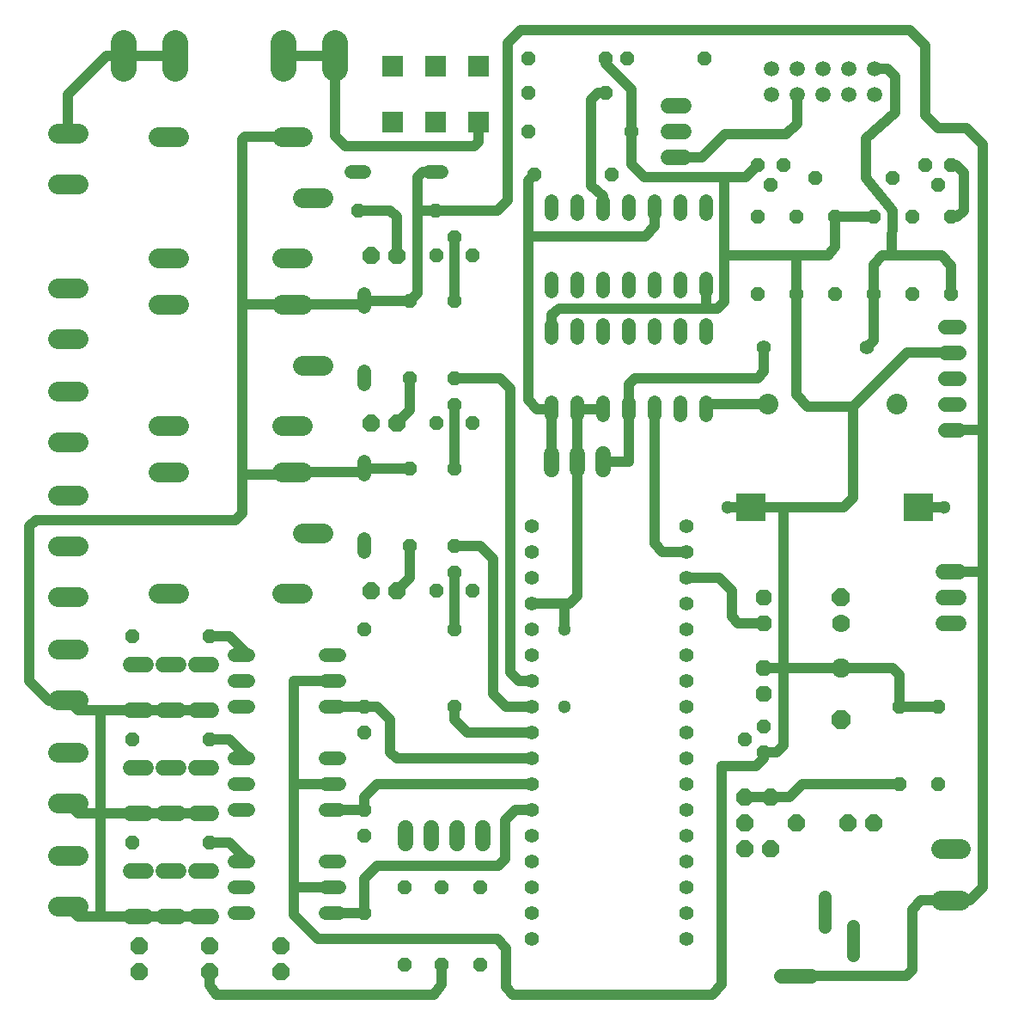
<source format=gbr>
G04 EAGLE Gerber X2 export*
%TF.Part,Single*%
%TF.FileFunction,Copper,L1,Top,Mixed*%
%TF.FilePolarity,Positive*%
%TF.GenerationSoftware,Autodesk,EAGLE,8.6.3*%
%TF.CreationDate,2019-08-20T17:14:14Z*%
G75*
%MOMM*%
%FSLAX34Y34*%
%LPD*%
%AMOC8*
5,1,8,0,0,1.08239X$1,22.5*%
G01*
%ADD10P,1.924489X8X112.500000*%
%ADD11C,1.778000*%
%ADD12P,1.732040X8X292.500000*%
%ADD13C,1.905000*%
%ADD14P,2.061953X8X292.500000*%
%ADD15C,1.320800*%
%ADD16C,2.032000*%
%ADD17C,2.540000*%
%ADD18C,1.397000*%
%ADD19C,1.524000*%
%ADD20P,1.429621X8X112.500000*%
%ADD21C,1.981200*%
%ADD22R,2.920000X2.790000*%
%ADD23P,1.814519X8X112.500000*%
%ADD24C,1.408000*%
%ADD25P,1.429621X8X22.500000*%
%ADD26P,1.429621X8X202.500000*%
%ADD27P,1.429621X8X292.500000*%
%ADD28P,1.429621X8X157.500000*%
%ADD29C,1.400000*%
%ADD30C,1.308000*%
%ADD31R,2.100000X2.100000*%
%ADD32P,1.814519X8X202.500000*%
%ADD33C,1.422400*%
%ADD34C,1.508000*%
%ADD35C,1.508000*%
%ADD36C,1.016000*%
%ADD37C,1.300000*%


D10*
X825500Y412750D03*
D11*
X825500Y387350D03*
D12*
X749300Y412750D03*
X749300Y387350D03*
X749300Y342900D03*
X749300Y317500D03*
D13*
X825500Y342900D03*
D14*
X825500Y292100D03*
D15*
X432054Y831850D02*
X418846Y831850D01*
X355854Y831850D02*
X342646Y831850D01*
D16*
X880110Y603250D03*
X753110Y603250D03*
D17*
X118110Y933450D02*
X118110Y958850D01*
X326390Y958850D02*
X326390Y933450D01*
X275590Y933450D02*
X275590Y958850D01*
X168910Y958850D02*
X168910Y933450D01*
D15*
X692150Y802894D02*
X692150Y789686D01*
X666750Y789686D02*
X666750Y802894D01*
X539750Y802894D02*
X539750Y789686D01*
X539750Y726694D02*
X539750Y713486D01*
X641350Y789686D02*
X641350Y802894D01*
X615950Y802894D02*
X615950Y789686D01*
X565150Y789686D02*
X565150Y802894D01*
X590550Y802894D02*
X590550Y789686D01*
X565150Y726694D02*
X565150Y713486D01*
X590550Y713486D02*
X590550Y726694D01*
X615950Y726694D02*
X615950Y713486D01*
X641350Y713486D02*
X641350Y726694D01*
X666750Y726694D02*
X666750Y713486D01*
X692150Y713486D02*
X692150Y726694D01*
D18*
X927735Y577850D02*
X941705Y577850D01*
X941705Y603250D02*
X927735Y603250D01*
X927735Y628650D02*
X941705Y628650D01*
X941705Y654050D02*
X927735Y654050D01*
X927735Y679450D02*
X941705Y679450D01*
D19*
X941070Y438150D02*
X925830Y438150D01*
X925830Y412750D02*
X941070Y412750D01*
X941070Y387350D02*
X925830Y387350D01*
D20*
X749300Y260350D03*
X730250Y273050D03*
X749300Y285750D03*
D21*
X314706Y806450D02*
X294894Y806450D01*
X294386Y866140D02*
X274574Y866140D01*
X274574Y746760D02*
X294386Y746760D01*
X172466Y746760D02*
X152654Y746760D01*
X152654Y866140D02*
X172466Y866140D01*
D22*
X736600Y501650D03*
X901700Y501650D03*
D23*
X273050Y44450D03*
X273050Y69850D03*
X203200Y44450D03*
X203200Y69850D03*
X133350Y44450D03*
X133350Y69850D03*
D24*
X520700Y76200D03*
X520700Y101600D03*
X520700Y127000D03*
X520700Y152400D03*
X520700Y177800D03*
X520700Y203200D03*
X520700Y228600D03*
X520700Y254000D03*
X520700Y279400D03*
X520700Y304800D03*
X520700Y330200D03*
X520700Y355600D03*
X520700Y381000D03*
X520700Y406400D03*
X520700Y431800D03*
X520700Y457200D03*
X520700Y482600D03*
X673100Y76200D03*
X673100Y101600D03*
X673100Y127000D03*
X673100Y152400D03*
X673100Y177800D03*
X673100Y203200D03*
X673100Y228600D03*
X673100Y254000D03*
X673100Y279400D03*
X673100Y304800D03*
X673100Y330200D03*
X673100Y355600D03*
X673100Y381000D03*
X673100Y406400D03*
X673100Y431800D03*
X673100Y457200D03*
X673100Y482600D03*
D15*
X241300Y355600D02*
X228092Y355600D01*
X228092Y330200D02*
X241300Y330200D01*
X317500Y330200D02*
X330708Y330200D01*
X330708Y355600D02*
X317500Y355600D01*
X241300Y304800D02*
X228092Y304800D01*
X317500Y304800D02*
X330708Y304800D01*
X241300Y254000D02*
X228092Y254000D01*
X228092Y228600D02*
X241300Y228600D01*
X317500Y228600D02*
X330708Y228600D01*
X330708Y254000D02*
X317500Y254000D01*
X241300Y203200D02*
X228092Y203200D01*
X317500Y203200D02*
X330708Y203200D01*
X241300Y152400D02*
X228092Y152400D01*
X228092Y127000D02*
X241300Y127000D01*
X317500Y127000D02*
X330708Y127000D01*
X330708Y152400D02*
X317500Y152400D01*
X241300Y101600D02*
X228092Y101600D01*
X317500Y101600D02*
X330708Y101600D01*
D20*
X469900Y50800D03*
X469900Y127000D03*
X444500Y628650D03*
X444500Y704850D03*
D25*
X127000Y374650D03*
X203200Y374650D03*
X523240Y829310D03*
X599440Y829310D03*
D26*
X690880Y943610D03*
X614680Y943610D03*
X618490Y871220D03*
X516890Y871220D03*
D25*
X127000Y273050D03*
X203200Y273050D03*
X127000Y171450D03*
X203200Y171450D03*
D27*
X355600Y381000D03*
X355600Y304800D03*
X355600Y279400D03*
X355600Y203200D03*
X355600Y177800D03*
X355600Y101600D03*
D25*
X516890Y943610D03*
X593090Y943610D03*
D26*
X593090Y909320D03*
X516890Y909320D03*
D20*
X394970Y50800D03*
X394970Y127000D03*
X431800Y50800D03*
X431800Y127000D03*
D28*
X462461Y749300D03*
X444500Y767261D03*
X426539Y749300D03*
D19*
X655320Y896620D02*
X670560Y896620D01*
X670560Y871220D02*
X655320Y871220D01*
X655320Y845820D02*
X670560Y845820D01*
D29*
X766050Y39900D02*
X780050Y39900D01*
D30*
X837050Y60360D02*
X837050Y73440D01*
X809050Y88360D02*
X809050Y101440D01*
D29*
X796050Y39900D02*
X782050Y39900D01*
D30*
X837050Y76360D02*
X837050Y89440D01*
X809050Y104360D02*
X809050Y117440D01*
D21*
X73406Y869696D02*
X53594Y869696D01*
X53594Y819404D02*
X73406Y819404D01*
X73406Y361696D02*
X53594Y361696D01*
X53594Y311404D02*
X73406Y311404D01*
X73406Y158496D02*
X53594Y158496D01*
X53594Y108204D02*
X73406Y108204D01*
X73406Y260096D02*
X53594Y260096D01*
X53594Y209804D02*
X73406Y209804D01*
D31*
X467890Y880640D03*
X425890Y880640D03*
X383890Y880640D03*
X383890Y935640D03*
X425890Y935640D03*
X467890Y935640D03*
D21*
X73406Y717296D02*
X53594Y717296D01*
X53594Y667004D02*
X73406Y667004D01*
X923544Y114554D02*
X943356Y114554D01*
X943356Y164846D02*
X923544Y164846D01*
D20*
X920750Y228600D03*
X920750Y304800D03*
D32*
X857250Y190500D03*
X831850Y190500D03*
D25*
X349250Y793750D03*
X425450Y793750D03*
D32*
X387350Y749300D03*
X361950Y749300D03*
D15*
X355600Y711454D02*
X355600Y698246D01*
X355600Y635254D02*
X355600Y622046D01*
D20*
X444500Y463550D03*
X444500Y539750D03*
D28*
X462461Y584200D03*
X444500Y602161D03*
X426539Y584200D03*
D21*
X314706Y641350D02*
X294894Y641350D01*
X294386Y701040D02*
X274574Y701040D01*
X274574Y581660D02*
X294386Y581660D01*
X172466Y581660D02*
X152654Y581660D01*
X152654Y701040D02*
X172466Y701040D01*
D20*
X400050Y628650D03*
X400050Y704850D03*
D32*
X387350Y584200D03*
X361950Y584200D03*
D33*
X749300Y659130D03*
X850900Y659130D03*
D26*
X742950Y838200D03*
X755650Y819150D03*
X768350Y838200D03*
X908050Y838200D03*
X920750Y819150D03*
X933450Y838200D03*
D20*
X857250Y711200D03*
X857250Y787400D03*
X819150Y711200D03*
X819150Y787400D03*
X933450Y711200D03*
X933450Y787400D03*
X895350Y711200D03*
X895350Y787400D03*
D26*
X876300Y825500D03*
X800100Y825500D03*
D27*
X781050Y787400D03*
X781050Y711200D03*
X742950Y787400D03*
X742950Y711200D03*
D34*
X858520Y933450D03*
X858520Y908050D03*
X833120Y933450D03*
X833120Y908050D03*
X807720Y933450D03*
X807720Y908050D03*
X782320Y933450D03*
X782320Y908050D03*
X756920Y933450D03*
X756920Y908050D03*
D23*
X755650Y165100D03*
X755650Y215900D03*
X781050Y190500D03*
X730250Y165100D03*
X730250Y215900D03*
X730250Y190500D03*
D27*
X882650Y304800D03*
X882650Y228600D03*
D19*
X205232Y301244D02*
X189992Y301244D01*
X189992Y346456D02*
X205232Y346456D01*
X140208Y301244D02*
X124968Y301244D01*
X124968Y346456D02*
X140208Y346456D01*
D35*
X157560Y301244D02*
X172640Y301244D01*
X172640Y346456D02*
X157560Y346456D01*
D19*
X189992Y199644D02*
X205232Y199644D01*
X205232Y244856D02*
X189992Y244856D01*
X140208Y199644D02*
X124968Y199644D01*
X124968Y244856D02*
X140208Y244856D01*
D35*
X157560Y199644D02*
X172640Y199644D01*
X172640Y244856D02*
X157560Y244856D01*
D19*
X189992Y98044D02*
X205232Y98044D01*
X205232Y143256D02*
X189992Y143256D01*
X140208Y98044D02*
X124968Y98044D01*
X124968Y143256D02*
X140208Y143256D01*
D35*
X157560Y98044D02*
X172640Y98044D01*
X172640Y143256D02*
X157560Y143256D01*
D15*
X355600Y533146D02*
X355600Y546354D01*
X355600Y470154D02*
X355600Y456946D01*
D20*
X444500Y304800D03*
X444500Y381000D03*
D28*
X462461Y419100D03*
X444500Y437061D03*
X426539Y419100D03*
D21*
X314706Y476250D02*
X294894Y476250D01*
X294386Y535940D02*
X274574Y535940D01*
X274574Y416560D02*
X294386Y416560D01*
X172466Y416560D02*
X152654Y416560D01*
X152654Y535940D02*
X172466Y535940D01*
D20*
X400050Y463550D03*
X400050Y539750D03*
D32*
X387350Y419100D03*
X361950Y419100D03*
D15*
X539750Y591566D02*
X539750Y604774D01*
X565150Y604774D02*
X565150Y591566D01*
X692150Y591566D02*
X692150Y604774D01*
X692150Y667766D02*
X692150Y680974D01*
X590550Y604774D02*
X590550Y591566D01*
X615950Y591566D02*
X615950Y604774D01*
X666750Y604774D02*
X666750Y591566D01*
X641350Y591566D02*
X641350Y604774D01*
X666750Y667766D02*
X666750Y680974D01*
X641350Y680974D02*
X641350Y667766D01*
X615950Y667766D02*
X615950Y680974D01*
X590550Y680974D02*
X590550Y667766D01*
X565150Y667766D02*
X565150Y680974D01*
X539750Y680974D02*
X539750Y667766D01*
D21*
X73406Y615696D02*
X53594Y615696D01*
X53594Y565404D02*
X73406Y565404D01*
X73406Y513588D02*
X53594Y513588D01*
X53594Y463550D02*
X73406Y463550D01*
X73406Y413512D02*
X53594Y413512D01*
D19*
X590550Y538480D02*
X590550Y553720D01*
X565150Y553720D02*
X565150Y538480D01*
X539750Y538480D02*
X539750Y553720D01*
X396240Y185420D02*
X396240Y170180D01*
X421640Y170180D02*
X421640Y185420D01*
X447040Y185420D02*
X447040Y170180D01*
X472440Y170180D02*
X472440Y185420D01*
D36*
X400050Y704850D02*
X355600Y704850D01*
X358140Y707390D01*
X933450Y114554D02*
X952754Y114554D01*
X965200Y127000D01*
X965200Y436880D01*
X965200Y577850D01*
X965200Y858520D01*
X789050Y39900D02*
X773050Y39900D01*
X165100Y98044D02*
X132588Y98044D01*
X165100Y98044D02*
X197612Y98044D01*
X165100Y199644D02*
X132588Y199644D01*
X165100Y199644D02*
X197612Y199644D01*
X165100Y301244D02*
X132588Y301244D01*
X165100Y301244D02*
X197612Y301244D01*
X355600Y539750D02*
X400050Y539750D01*
X358140Y535940D02*
X284480Y535940D01*
X355600Y539750D02*
X358140Y535940D01*
X73660Y301244D02*
X63500Y311404D01*
X73660Y301244D02*
X95250Y301244D01*
X132588Y301244D01*
X132588Y98044D02*
X95250Y98044D01*
X95250Y199644D02*
X95250Y301244D01*
X95250Y199644D02*
X95250Y98044D01*
X95250Y199644D02*
X132588Y199644D01*
X73660Y199644D02*
X63500Y209804D01*
X73660Y199644D02*
X95250Y199644D01*
X63500Y108204D02*
X73660Y98044D01*
X95250Y98044D01*
X284480Y701040D02*
X351790Y701040D01*
X355600Y704850D01*
X284480Y866140D02*
X237490Y866140D01*
X234950Y863600D01*
X234950Y533400D02*
X234950Y495300D01*
X234950Y533400D02*
X234950Y698500D01*
X234950Y863600D01*
X237490Y701040D02*
X284480Y701040D01*
X237490Y701040D02*
X234950Y698500D01*
X400050Y704850D02*
X407670Y712470D01*
X63500Y311404D02*
X44704Y311404D01*
X44450Y311150D01*
X25400Y330200D01*
X25400Y482600D01*
X31750Y488950D01*
X228600Y488950D01*
X234950Y495300D01*
X281940Y533400D02*
X284480Y535940D01*
X281940Y533400D02*
X234950Y533400D01*
X407670Y712470D02*
X407670Y793750D01*
X407670Y826770D01*
X412750Y831850D01*
X425450Y831850D01*
X425450Y793750D02*
X407670Y793750D01*
X486410Y793750D02*
X496570Y803910D01*
X496570Y958850D01*
X509270Y971550D01*
X486410Y793750D02*
X425450Y793750D01*
X934720Y577850D02*
X965200Y577850D01*
X963930Y438150D02*
X933450Y438150D01*
X963930Y438150D02*
X965200Y436880D01*
X889530Y39900D02*
X789050Y39900D01*
X889530Y39900D02*
X895350Y45720D01*
X895350Y105410D01*
X904494Y114554D02*
X933450Y114554D01*
X904494Y114554D02*
X895350Y105410D01*
X920750Y875030D02*
X948690Y875030D01*
X965200Y858520D01*
X892810Y971550D02*
X509270Y971550D01*
X892810Y971550D02*
X908050Y956310D01*
X908050Y887730D01*
X920750Y875030D01*
X753110Y603250D02*
X697230Y603250D01*
X692150Y598170D01*
X688340Y845820D02*
X662940Y845820D01*
X688340Y845820D02*
X711200Y868680D01*
X770890Y868680D01*
X782320Y878840D01*
X782320Y908050D01*
D37*
X552450Y304800D03*
D36*
X749300Y342900D02*
X768350Y342900D01*
X762000Y260350D02*
X749300Y260350D01*
X762000Y260350D02*
X768350Y266700D01*
X768350Y342900D01*
X768350Y501650D01*
X736600Y501650D01*
X876300Y342900D02*
X882650Y336550D01*
X882650Y304800D01*
X920750Y304800D01*
X317500Y127000D02*
X285750Y127000D01*
X285750Y228600D01*
X285750Y330200D01*
X317500Y330200D01*
X317500Y228600D02*
X285750Y228600D01*
X618490Y871220D02*
X618490Y913130D01*
X593090Y938530D02*
X593090Y943610D01*
X593090Y938530D02*
X618490Y913130D01*
X618490Y871220D02*
X618490Y839470D01*
X631190Y826770D02*
X711200Y826770D01*
X731520Y826770D01*
X631190Y826770D02*
X618490Y839470D01*
X547370Y697230D02*
X539750Y690880D01*
X539750Y674370D01*
X285750Y127000D02*
X285750Y100330D01*
X309880Y76200D01*
X486410Y76200D02*
X495300Y67310D01*
X495300Y29210D01*
X501650Y21590D01*
X698500Y21590D01*
X707390Y31750D02*
X707390Y246380D01*
X486410Y76200D02*
X309880Y76200D01*
X698500Y21590D02*
X707390Y31750D01*
X749300Y254000D02*
X749300Y260350D01*
X741680Y246380D02*
X707390Y246380D01*
X741680Y246380D02*
X749300Y254000D01*
X736600Y501650D02*
X713740Y501650D01*
D37*
X713740Y501650D03*
D36*
X731520Y826770D02*
X742950Y838200D01*
X711200Y826770D02*
X709930Y825500D01*
X709930Y748030D02*
X709930Y703580D01*
X709930Y748030D02*
X709930Y825500D01*
X781050Y749300D02*
X812800Y749300D01*
X819150Y787400D02*
X857250Y787400D01*
X819150Y758190D02*
X812800Y749300D01*
X819150Y758190D02*
X819150Y787400D01*
X781050Y749300D02*
X781050Y711200D01*
X890270Y654050D02*
X934720Y654050D01*
X836930Y600710D02*
X836930Y510540D01*
X828040Y501650D01*
X768350Y501650D01*
X836930Y600710D02*
X890270Y654050D01*
X781050Y612140D02*
X781050Y711200D01*
X781050Y612140D02*
X792480Y600710D01*
X836930Y600710D01*
X709930Y703580D02*
X703580Y697230D01*
X692150Y697230D02*
X547370Y697230D01*
X692150Y697230D02*
X703580Y697230D01*
X692150Y697230D02*
X692150Y720090D01*
X709930Y748030D02*
X711200Y749300D01*
X781050Y749300D01*
X825500Y342900D02*
X876300Y342900D01*
X825500Y342900D02*
X768350Y342900D01*
X203200Y44450D02*
X203200Y30480D01*
X209550Y21590D01*
X424180Y21590D01*
X431800Y31750D02*
X431800Y50800D01*
X431800Y31750D02*
X424180Y21590D01*
X222250Y374650D02*
X203200Y374650D01*
X222250Y374650D02*
X241300Y355600D01*
X222250Y273050D02*
X203200Y273050D01*
X222250Y273050D02*
X241300Y254000D01*
X222250Y171450D02*
X203200Y171450D01*
X222250Y171450D02*
X241300Y152400D01*
X317500Y304800D02*
X355600Y304800D01*
X387350Y254000D02*
X520700Y254000D01*
X387350Y254000D02*
X381000Y260350D01*
X381000Y292100D01*
X368300Y304800D01*
X355600Y304800D01*
X355600Y203200D02*
X317500Y203200D01*
X368300Y228600D02*
X520700Y228600D01*
X368300Y228600D02*
X355600Y215900D01*
X355600Y203200D01*
X355600Y101600D02*
X317500Y101600D01*
X355600Y101600D02*
X355600Y135890D01*
X368300Y148590D01*
X487680Y148590D01*
X494030Y154940D02*
X494030Y193040D01*
X504190Y203200D01*
X520700Y203200D01*
X494030Y154940D02*
X487680Y148590D01*
X590550Y796290D02*
X590550Y807720D01*
X579120Y817880D01*
X579120Y902970D02*
X585470Y909320D01*
X593090Y909320D01*
X579120Y902970D02*
X579120Y817880D01*
X63500Y869696D02*
X63500Y908050D01*
X101600Y946150D01*
X118110Y946150D01*
X168910Y946150D01*
X901700Y501650D02*
X927100Y501650D01*
D37*
X927100Y501650D03*
D36*
X444500Y704850D02*
X444500Y767261D01*
X704850Y431800D02*
X717550Y419100D01*
X717550Y393700D01*
X723900Y387350D01*
X749300Y387350D01*
X704850Y431800D02*
X673100Y431800D01*
X565150Y546100D02*
X565150Y598170D01*
X590550Y598170D01*
X565150Y546100D02*
X565150Y414020D01*
D37*
X552450Y381000D03*
D36*
X557530Y406400D02*
X565150Y414020D01*
X557530Y406400D02*
X552450Y406400D01*
X520700Y406400D01*
X552450Y406400D02*
X552450Y381000D01*
X467890Y861590D02*
X467890Y880640D01*
X467890Y861590D02*
X463550Y857250D01*
X336550Y857250D01*
X326390Y867410D02*
X326390Y946150D01*
X326390Y867410D02*
X336550Y857250D01*
X326390Y946150D02*
X275590Y946150D01*
X381000Y793750D02*
X387350Y787400D01*
X381000Y793750D02*
X349250Y793750D01*
X387350Y787400D02*
X387350Y749300D01*
X444500Y602161D02*
X444500Y539750D01*
X400050Y596900D02*
X400050Y628650D01*
X400050Y596900D02*
X387350Y584200D01*
X590550Y546100D02*
X615950Y546100D01*
X615950Y598170D01*
X615950Y622300D01*
X622300Y628650D01*
X742950Y628650D01*
X749300Y635000D02*
X749300Y659130D01*
X749300Y635000D02*
X742950Y628650D01*
X933450Y711200D02*
X933450Y739140D01*
X924560Y749300D01*
X876300Y749300D02*
X866140Y749300D01*
X876300Y749300D02*
X924560Y749300D01*
X857250Y665480D02*
X850900Y659130D01*
X857250Y665480D02*
X857250Y711200D01*
X876300Y793750D02*
X849630Y825500D01*
X878840Y890270D02*
X878840Y925830D01*
X871220Y933450D01*
X858520Y933450D01*
X849630Y864870D02*
X849630Y825500D01*
X849630Y864870D02*
X878840Y890270D01*
X866140Y749300D02*
X857250Y740410D01*
X857250Y711200D01*
X876300Y749300D02*
X875030Y750570D01*
X876300Y793750D01*
X933450Y838200D02*
X938530Y838200D01*
X946150Y830580D01*
X946150Y793750D01*
X939800Y787400D01*
X933450Y787400D01*
X755650Y215900D02*
X730250Y215900D01*
X755650Y215900D02*
X774700Y215900D01*
X787400Y228600D01*
X882650Y228600D01*
X444500Y381000D02*
X444500Y437061D01*
X400050Y431800D02*
X387350Y419100D01*
X400050Y431800D02*
X400050Y463550D01*
X539750Y546100D02*
X539750Y598170D01*
X525780Y598170D01*
X516890Y607060D01*
X516890Y768350D01*
X516890Y822960D01*
X523240Y829310D01*
X641350Y796290D02*
X641350Y778510D01*
X632460Y768350D02*
X516890Y768350D01*
X632460Y768350D02*
X641350Y778510D01*
X520700Y330200D02*
X508000Y330200D01*
X499460Y338740D01*
X499460Y618140D02*
X488950Y628650D01*
X444500Y628650D01*
X499460Y618140D02*
X499460Y338740D01*
X495300Y304800D02*
X520700Y304800D01*
X495300Y304800D02*
X482600Y317500D01*
X482600Y450850D02*
X469900Y463550D01*
X444500Y463550D01*
X482600Y450850D02*
X482600Y317500D01*
X457200Y279400D02*
X520700Y279400D01*
X457200Y279400D02*
X444500Y292100D01*
X444500Y304800D01*
X648970Y457200D02*
X673100Y457200D01*
X648970Y457200D02*
X641350Y466090D01*
X641350Y598170D01*
M02*

</source>
